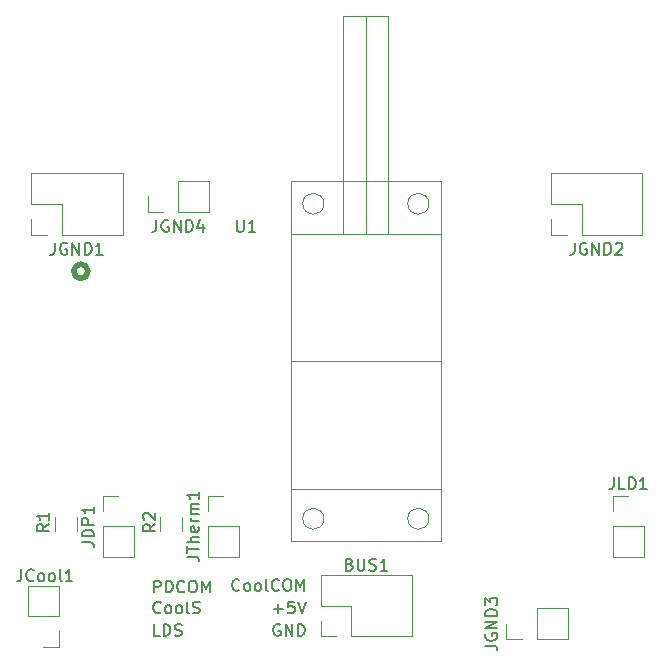
<source format=gto>
G04 #@! TF.GenerationSoftware,KiCad,Pcbnew,5.1.5+dfsg1-2build2*
G04 #@! TF.CreationDate,2021-11-26T13:05:08+03:00*
G04 #@! TF.ProjectId,Mezonin,4d657a6f-6e69-46e2-9e6b-696361645f70,rev?*
G04 #@! TF.SameCoordinates,Original*
G04 #@! TF.FileFunction,Legend,Top*
G04 #@! TF.FilePolarity,Positive*
%FSLAX46Y46*%
G04 Gerber Fmt 4.6, Leading zero omitted, Abs format (unit mm)*
G04 Created by KiCad (PCBNEW 5.1.5+dfsg1-2build2) date 2021-11-26 13:05:08*
%MOMM*%
%LPD*%
G04 APERTURE LIST*
%ADD10C,0.150000*%
%ADD11C,0.500000*%
%ADD12C,0.120000*%
G04 APERTURE END LIST*
D10*
X112071523Y-149022142D02*
X112023904Y-149069761D01*
X111881046Y-149117380D01*
X111785808Y-149117380D01*
X111642951Y-149069761D01*
X111547713Y-148974523D01*
X111500094Y-148879285D01*
X111452475Y-148688809D01*
X111452475Y-148545952D01*
X111500094Y-148355476D01*
X111547713Y-148260238D01*
X111642951Y-148165000D01*
X111785808Y-148117380D01*
X111881046Y-148117380D01*
X112023904Y-148165000D01*
X112071523Y-148212619D01*
X112642951Y-149117380D02*
X112547713Y-149069761D01*
X112500094Y-149022142D01*
X112452475Y-148926904D01*
X112452475Y-148641190D01*
X112500094Y-148545952D01*
X112547713Y-148498333D01*
X112642951Y-148450714D01*
X112785808Y-148450714D01*
X112881046Y-148498333D01*
X112928665Y-148545952D01*
X112976284Y-148641190D01*
X112976284Y-148926904D01*
X112928665Y-149022142D01*
X112881046Y-149069761D01*
X112785808Y-149117380D01*
X112642951Y-149117380D01*
X113547713Y-149117380D02*
X113452475Y-149069761D01*
X113404856Y-149022142D01*
X113357237Y-148926904D01*
X113357237Y-148641190D01*
X113404856Y-148545952D01*
X113452475Y-148498333D01*
X113547713Y-148450714D01*
X113690570Y-148450714D01*
X113785808Y-148498333D01*
X113833427Y-148545952D01*
X113881046Y-148641190D01*
X113881046Y-148926904D01*
X113833427Y-149022142D01*
X113785808Y-149069761D01*
X113690570Y-149117380D01*
X113547713Y-149117380D01*
X114452475Y-149117380D02*
X114357237Y-149069761D01*
X114309618Y-148974523D01*
X114309618Y-148117380D01*
X115404856Y-149022142D02*
X115357237Y-149069761D01*
X115214380Y-149117380D01*
X115119142Y-149117380D01*
X114976284Y-149069761D01*
X114881046Y-148974523D01*
X114833427Y-148879285D01*
X114785808Y-148688809D01*
X114785808Y-148545952D01*
X114833427Y-148355476D01*
X114881046Y-148260238D01*
X114976284Y-148165000D01*
X115119142Y-148117380D01*
X115214380Y-148117380D01*
X115357237Y-148165000D01*
X115404856Y-148212619D01*
X116023904Y-148117380D02*
X116214380Y-148117380D01*
X116309618Y-148165000D01*
X116404856Y-148260238D01*
X116452475Y-148450714D01*
X116452475Y-148784047D01*
X116404856Y-148974523D01*
X116309618Y-149069761D01*
X116214380Y-149117380D01*
X116023904Y-149117380D01*
X115928665Y-149069761D01*
X115833427Y-148974523D01*
X115785808Y-148784047D01*
X115785808Y-148450714D01*
X115833427Y-148260238D01*
X115928665Y-148165000D01*
X116023904Y-148117380D01*
X116881046Y-149117380D02*
X116881046Y-148117380D01*
X117214380Y-148831666D01*
X117547713Y-148117380D01*
X117547713Y-149117380D01*
X115500094Y-151975000D02*
X115404856Y-151927380D01*
X115261999Y-151927380D01*
X115119141Y-151975000D01*
X115023903Y-152070238D01*
X114976284Y-152165476D01*
X114928665Y-152355952D01*
X114928665Y-152498809D01*
X114976284Y-152689285D01*
X115023903Y-152784523D01*
X115119141Y-152879761D01*
X115261999Y-152927380D01*
X115357237Y-152927380D01*
X115500094Y-152879761D01*
X115547713Y-152832142D01*
X115547713Y-152498809D01*
X115357237Y-152498809D01*
X115976284Y-152927380D02*
X115976284Y-151927380D01*
X116547713Y-152927380D01*
X116547713Y-151927380D01*
X117023903Y-152927380D02*
X117023903Y-151927380D01*
X117261999Y-151927380D01*
X117404856Y-151975000D01*
X117500094Y-152070238D01*
X117547713Y-152165476D01*
X117595332Y-152355952D01*
X117595332Y-152498809D01*
X117547713Y-152689285D01*
X117500094Y-152784523D01*
X117404856Y-152879761D01*
X117261999Y-152927380D01*
X117023903Y-152927380D01*
X114976284Y-150641428D02*
X115738189Y-150641428D01*
X115357237Y-151022380D02*
X115357237Y-150260476D01*
X116690570Y-150022380D02*
X116214379Y-150022380D01*
X116166760Y-150498571D01*
X116214379Y-150450952D01*
X116309618Y-150403333D01*
X116547713Y-150403333D01*
X116642951Y-150450952D01*
X116690570Y-150498571D01*
X116738189Y-150593809D01*
X116738189Y-150831904D01*
X116690570Y-150927142D01*
X116642951Y-150974761D01*
X116547713Y-151022380D01*
X116309618Y-151022380D01*
X116214379Y-150974761D01*
X116166760Y-150927142D01*
X117023903Y-150022380D02*
X117357237Y-151022380D01*
X117690570Y-150022380D01*
X105308427Y-152927380D02*
X104832236Y-152927380D01*
X104832236Y-151927380D01*
X105641760Y-152927380D02*
X105641760Y-151927380D01*
X105879855Y-151927380D01*
X106022713Y-151975000D01*
X106117951Y-152070238D01*
X106165570Y-152165476D01*
X106213189Y-152355952D01*
X106213189Y-152498809D01*
X106165570Y-152689285D01*
X106117951Y-152784523D01*
X106022713Y-152879761D01*
X105879855Y-152927380D01*
X105641760Y-152927380D01*
X106594141Y-152879761D02*
X106736998Y-152927380D01*
X106975094Y-152927380D01*
X107070332Y-152879761D01*
X107117951Y-152832142D01*
X107165570Y-152736904D01*
X107165570Y-152641666D01*
X107117951Y-152546428D01*
X107070332Y-152498809D01*
X106975094Y-152451190D01*
X106784617Y-152403571D01*
X106689379Y-152355952D01*
X106641760Y-152308333D01*
X106594141Y-152213095D01*
X106594141Y-152117857D01*
X106641760Y-152022619D01*
X106689379Y-151975000D01*
X106784617Y-151927380D01*
X107022713Y-151927380D01*
X107165570Y-151975000D01*
X105403665Y-150927142D02*
X105356046Y-150974761D01*
X105213189Y-151022380D01*
X105117951Y-151022380D01*
X104975094Y-150974761D01*
X104879856Y-150879523D01*
X104832237Y-150784285D01*
X104784618Y-150593809D01*
X104784618Y-150450952D01*
X104832237Y-150260476D01*
X104879856Y-150165238D01*
X104975094Y-150070000D01*
X105117951Y-150022380D01*
X105213189Y-150022380D01*
X105356046Y-150070000D01*
X105403665Y-150117619D01*
X105975094Y-151022380D02*
X105879856Y-150974761D01*
X105832237Y-150927142D01*
X105784618Y-150831904D01*
X105784618Y-150546190D01*
X105832237Y-150450952D01*
X105879856Y-150403333D01*
X105975094Y-150355714D01*
X106117951Y-150355714D01*
X106213189Y-150403333D01*
X106260808Y-150450952D01*
X106308427Y-150546190D01*
X106308427Y-150831904D01*
X106260808Y-150927142D01*
X106213189Y-150974761D01*
X106117951Y-151022380D01*
X105975094Y-151022380D01*
X106879856Y-151022380D02*
X106784618Y-150974761D01*
X106736999Y-150927142D01*
X106689379Y-150831904D01*
X106689379Y-150546190D01*
X106736999Y-150450952D01*
X106784618Y-150403333D01*
X106879856Y-150355714D01*
X107022713Y-150355714D01*
X107117951Y-150403333D01*
X107165570Y-150450952D01*
X107213189Y-150546190D01*
X107213189Y-150831904D01*
X107165570Y-150927142D01*
X107117951Y-150974761D01*
X107022713Y-151022380D01*
X106879856Y-151022380D01*
X107784618Y-151022380D02*
X107689379Y-150974761D01*
X107641760Y-150879523D01*
X107641760Y-150022380D01*
X108117951Y-150974761D02*
X108260808Y-151022380D01*
X108498903Y-151022380D01*
X108594141Y-150974761D01*
X108641760Y-150927142D01*
X108689379Y-150831904D01*
X108689379Y-150736666D01*
X108641760Y-150641428D01*
X108594141Y-150593809D01*
X108498903Y-150546190D01*
X108308427Y-150498571D01*
X108213189Y-150450952D01*
X108165570Y-150403333D01*
X108117951Y-150308095D01*
X108117951Y-150212857D01*
X108165570Y-150117619D01*
X108213189Y-150070000D01*
X108308427Y-150022380D01*
X108546522Y-150022380D01*
X108689379Y-150070000D01*
X104832237Y-149246920D02*
X104832237Y-148246920D01*
X105213189Y-148246920D01*
X105308427Y-148294540D01*
X105356046Y-148342159D01*
X105403665Y-148437397D01*
X105403665Y-148580254D01*
X105356046Y-148675492D01*
X105308427Y-148723111D01*
X105213189Y-148770730D01*
X104832237Y-148770730D01*
X105832237Y-149246920D02*
X105832237Y-148246920D01*
X106070332Y-148246920D01*
X106213189Y-148294540D01*
X106308427Y-148389778D01*
X106356046Y-148485016D01*
X106403665Y-148675492D01*
X106403665Y-148818349D01*
X106356046Y-149008825D01*
X106308427Y-149104063D01*
X106213189Y-149199301D01*
X106070332Y-149246920D01*
X105832237Y-149246920D01*
X107403665Y-149151682D02*
X107356046Y-149199301D01*
X107213189Y-149246920D01*
X107117951Y-149246920D01*
X106975094Y-149199301D01*
X106879856Y-149104063D01*
X106832237Y-149008825D01*
X106784618Y-148818349D01*
X106784618Y-148675492D01*
X106832237Y-148485016D01*
X106879856Y-148389778D01*
X106975094Y-148294540D01*
X107117951Y-148246920D01*
X107213189Y-148246920D01*
X107356046Y-148294540D01*
X107403665Y-148342159D01*
X108022713Y-148246920D02*
X108213189Y-148246920D01*
X108308427Y-148294540D01*
X108403665Y-148389778D01*
X108451284Y-148580254D01*
X108451284Y-148913587D01*
X108403665Y-149104063D01*
X108308427Y-149199301D01*
X108213189Y-149246920D01*
X108022713Y-149246920D01*
X107927475Y-149199301D01*
X107832237Y-149104063D01*
X107784618Y-148913587D01*
X107784618Y-148580254D01*
X107832237Y-148389778D01*
X107927475Y-148294540D01*
X108022713Y-148246920D01*
X108879856Y-149246920D02*
X108879856Y-148246920D01*
X109213189Y-148961206D01*
X109546522Y-148246920D01*
X109546522Y-149246920D01*
D11*
X99236999Y-122060000D02*
G75*
G03X99236999Y-122060000I-600000J0D01*
G01*
D12*
X122766999Y-129680000D02*
X129116999Y-129680000D01*
X129116999Y-129680000D02*
X129116999Y-144920000D01*
X129116999Y-144920000D02*
X122766999Y-144920000D01*
X122766999Y-114440000D02*
X129116999Y-114440000D01*
X129116999Y-129680000D02*
X122766999Y-129680000D01*
X129116999Y-114440000D02*
X129116999Y-129680000D01*
X122766999Y-144920000D02*
X116416999Y-144920000D01*
X122766999Y-129680000D02*
X116416999Y-129680000D01*
X116416999Y-114440000D02*
X122766999Y-114440000D01*
X116416999Y-144920000D02*
X116416999Y-129680000D01*
X116416999Y-129680000D02*
X116416999Y-114440000D01*
X116416999Y-129680000D02*
X122766999Y-129680000D01*
X128110025Y-116345000D02*
G75*
G03X128110025Y-116345000I-898026J0D01*
G01*
X119220025Y-116345000D02*
G75*
G03X119220025Y-116345000I-898026J0D01*
G01*
X119220025Y-143015000D02*
G75*
G03X119220025Y-143015000I-898026J0D01*
G01*
X128110025Y-143015000D02*
G75*
G03X128110025Y-143015000I-898026J0D01*
G01*
X122766999Y-118885000D02*
X129116999Y-118885000D01*
X129116999Y-118885000D02*
X122766999Y-118885000D01*
X122766999Y-118885000D02*
X116416999Y-118885000D01*
X116416999Y-140475000D02*
X122766999Y-140475000D01*
X122766999Y-140475000D02*
X129116999Y-140475000D01*
X122766999Y-140475000D02*
X116416999Y-140475000D01*
X122766999Y-118885000D02*
X122766999Y-100470000D01*
X122766999Y-100470000D02*
X124671999Y-100470000D01*
X124671999Y-101105000D02*
X124671999Y-118885000D01*
X124671999Y-118885000D02*
X124671999Y-100470000D01*
X124671999Y-100470000D02*
X120861999Y-100470000D01*
X120861999Y-100470000D02*
X120861999Y-118885000D01*
X138436999Y-118980000D02*
X138436999Y-117650000D01*
X139766999Y-118980000D02*
X138436999Y-118980000D01*
X138436999Y-116380000D02*
X138436999Y-113780000D01*
X141036999Y-116380000D02*
X138436999Y-116380000D01*
X141036999Y-118980000D02*
X141036999Y-116380000D01*
X138436999Y-113780000D02*
X146176999Y-113780000D01*
X141036999Y-118980000D02*
X146176999Y-118980000D01*
X146176999Y-118980000D02*
X146176999Y-113780000D01*
X94436999Y-118980000D02*
X94436999Y-117650000D01*
X95766999Y-118980000D02*
X94436999Y-118980000D01*
X94436999Y-116380000D02*
X94436999Y-113780000D01*
X97036999Y-116380000D02*
X94436999Y-116380000D01*
X97036999Y-118980000D02*
X97036999Y-116380000D01*
X94436999Y-113780000D02*
X102176999Y-113780000D01*
X97036999Y-118980000D02*
X102176999Y-118980000D01*
X102176999Y-118980000D02*
X102176999Y-113780000D01*
X126676999Y-152980000D02*
X126676999Y-147780000D01*
X121536999Y-152980000D02*
X126676999Y-152980000D01*
X118936999Y-147780000D02*
X126676999Y-147780000D01*
X121536999Y-152980000D02*
X121536999Y-150380000D01*
X121536999Y-150380000D02*
X118936999Y-150380000D01*
X118936999Y-150380000D02*
X118936999Y-147780000D01*
X120266999Y-152980000D02*
X118936999Y-152980000D01*
X118936999Y-152980000D02*
X118936999Y-151650000D01*
X96791999Y-153870000D02*
X95461999Y-153870000D01*
X96791999Y-152540000D02*
X96791999Y-153870000D01*
X96791999Y-151270000D02*
X94131999Y-151270000D01*
X94131999Y-151270000D02*
X94131999Y-148670000D01*
X96791999Y-151270000D02*
X96791999Y-148670000D01*
X96791999Y-148670000D02*
X94131999Y-148670000D01*
X98276999Y-142830436D02*
X98276999Y-144034564D01*
X96456999Y-142830436D02*
X96456999Y-144034564D01*
X100481999Y-141050000D02*
X101811999Y-141050000D01*
X100481999Y-142380000D02*
X100481999Y-141050000D01*
X100481999Y-143650000D02*
X103141999Y-143650000D01*
X103141999Y-143650000D02*
X103141999Y-146250000D01*
X100481999Y-143650000D02*
X100481999Y-146250000D01*
X100481999Y-146250000D02*
X103141999Y-146250000D01*
X105346999Y-142830436D02*
X105346999Y-144034564D01*
X107166999Y-142830436D02*
X107166999Y-144034564D01*
X109371999Y-141050000D02*
X110701999Y-141050000D01*
X109371999Y-142380000D02*
X109371999Y-141050000D01*
X109371999Y-143650000D02*
X112031999Y-143650000D01*
X112031999Y-143650000D02*
X112031999Y-146250000D01*
X109371999Y-143650000D02*
X109371999Y-146250000D01*
X109371999Y-146250000D02*
X112031999Y-146250000D01*
X143661999Y-141050000D02*
X144991999Y-141050000D01*
X143661999Y-142380000D02*
X143661999Y-141050000D01*
X143661999Y-143650000D02*
X146321999Y-143650000D01*
X146321999Y-143650000D02*
X146321999Y-146250000D01*
X143661999Y-143650000D02*
X143661999Y-146250000D01*
X143661999Y-146250000D02*
X146321999Y-146250000D01*
X104291999Y-117040000D02*
X104291999Y-115710000D01*
X105621999Y-117040000D02*
X104291999Y-117040000D01*
X106891999Y-117040000D02*
X106891999Y-114380000D01*
X106891999Y-114380000D02*
X109491999Y-114380000D01*
X106891999Y-117040000D02*
X109491999Y-117040000D01*
X109491999Y-117040000D02*
X109491999Y-114380000D01*
X134644999Y-153235000D02*
X134644999Y-151905000D01*
X135974999Y-153235000D02*
X134644999Y-153235000D01*
X137244999Y-153235000D02*
X137244999Y-150575000D01*
X137244999Y-150575000D02*
X139844999Y-150575000D01*
X137244999Y-153235000D02*
X139844999Y-153235000D01*
X139844999Y-153235000D02*
X139844999Y-150575000D01*
D10*
X111845094Y-117702380D02*
X111845094Y-118511904D01*
X111892713Y-118607142D01*
X111940332Y-118654761D01*
X112035570Y-118702380D01*
X112226046Y-118702380D01*
X112321284Y-118654761D01*
X112368903Y-118607142D01*
X112416522Y-118511904D01*
X112416522Y-117702380D01*
X113416522Y-118702380D02*
X112845094Y-118702380D01*
X113130808Y-118702380D02*
X113130808Y-117702380D01*
X113035570Y-117845238D01*
X112940332Y-117940476D01*
X112845094Y-117988095D01*
X140449856Y-119642380D02*
X140449856Y-120356666D01*
X140402237Y-120499523D01*
X140306999Y-120594761D01*
X140164141Y-120642380D01*
X140068903Y-120642380D01*
X141449856Y-119690000D02*
X141354618Y-119642380D01*
X141211760Y-119642380D01*
X141068903Y-119690000D01*
X140973665Y-119785238D01*
X140926046Y-119880476D01*
X140878427Y-120070952D01*
X140878427Y-120213809D01*
X140926046Y-120404285D01*
X140973665Y-120499523D01*
X141068903Y-120594761D01*
X141211760Y-120642380D01*
X141306999Y-120642380D01*
X141449856Y-120594761D01*
X141497475Y-120547142D01*
X141497475Y-120213809D01*
X141306999Y-120213809D01*
X141926046Y-120642380D02*
X141926046Y-119642380D01*
X142497475Y-120642380D01*
X142497475Y-119642380D01*
X142973665Y-120642380D02*
X142973665Y-119642380D01*
X143211760Y-119642380D01*
X143354618Y-119690000D01*
X143449856Y-119785238D01*
X143497475Y-119880476D01*
X143545094Y-120070952D01*
X143545094Y-120213809D01*
X143497475Y-120404285D01*
X143449856Y-120499523D01*
X143354618Y-120594761D01*
X143211760Y-120642380D01*
X142973665Y-120642380D01*
X143926046Y-119737619D02*
X143973665Y-119690000D01*
X144068903Y-119642380D01*
X144306999Y-119642380D01*
X144402237Y-119690000D01*
X144449856Y-119737619D01*
X144497475Y-119832857D01*
X144497475Y-119928095D01*
X144449856Y-120070952D01*
X143878427Y-120642380D01*
X144497475Y-120642380D01*
X96449856Y-119642380D02*
X96449856Y-120356666D01*
X96402237Y-120499523D01*
X96306999Y-120594761D01*
X96164141Y-120642380D01*
X96068903Y-120642380D01*
X97449856Y-119690000D02*
X97354618Y-119642380D01*
X97211760Y-119642380D01*
X97068903Y-119690000D01*
X96973665Y-119785238D01*
X96926046Y-119880476D01*
X96878427Y-120070952D01*
X96878427Y-120213809D01*
X96926046Y-120404285D01*
X96973665Y-120499523D01*
X97068903Y-120594761D01*
X97211760Y-120642380D01*
X97306999Y-120642380D01*
X97449856Y-120594761D01*
X97497475Y-120547142D01*
X97497475Y-120213809D01*
X97306999Y-120213809D01*
X97926046Y-120642380D02*
X97926046Y-119642380D01*
X98497475Y-120642380D01*
X98497475Y-119642380D01*
X98973665Y-120642380D02*
X98973665Y-119642380D01*
X99211760Y-119642380D01*
X99354618Y-119690000D01*
X99449856Y-119785238D01*
X99497475Y-119880476D01*
X99545094Y-120070952D01*
X99545094Y-120213809D01*
X99497475Y-120404285D01*
X99449856Y-120499523D01*
X99354618Y-120594761D01*
X99211760Y-120642380D01*
X98973665Y-120642380D01*
X100497475Y-120642380D02*
X99926046Y-120642380D01*
X100211760Y-120642380D02*
X100211760Y-119642380D01*
X100116522Y-119785238D01*
X100021284Y-119880476D01*
X99926046Y-119928095D01*
X121402237Y-146879571D02*
X121545094Y-146927190D01*
X121592713Y-146974809D01*
X121640332Y-147070047D01*
X121640332Y-147212904D01*
X121592713Y-147308142D01*
X121545094Y-147355761D01*
X121449856Y-147403380D01*
X121068903Y-147403380D01*
X121068903Y-146403380D01*
X121402237Y-146403380D01*
X121497475Y-146451000D01*
X121545094Y-146498619D01*
X121592713Y-146593857D01*
X121592713Y-146689095D01*
X121545094Y-146784333D01*
X121497475Y-146831952D01*
X121402237Y-146879571D01*
X121068903Y-146879571D01*
X122068903Y-146403380D02*
X122068903Y-147212904D01*
X122116522Y-147308142D01*
X122164141Y-147355761D01*
X122259379Y-147403380D01*
X122449856Y-147403380D01*
X122545094Y-147355761D01*
X122592713Y-147308142D01*
X122640332Y-147212904D01*
X122640332Y-146403380D01*
X123068903Y-147355761D02*
X123211760Y-147403380D01*
X123449856Y-147403380D01*
X123545094Y-147355761D01*
X123592713Y-147308142D01*
X123640332Y-147212904D01*
X123640332Y-147117666D01*
X123592713Y-147022428D01*
X123545094Y-146974809D01*
X123449856Y-146927190D01*
X123259379Y-146879571D01*
X123164141Y-146831952D01*
X123116522Y-146784333D01*
X123068903Y-146689095D01*
X123068903Y-146593857D01*
X123116522Y-146498619D01*
X123164141Y-146451000D01*
X123259379Y-146403380D01*
X123497475Y-146403380D01*
X123640332Y-146451000D01*
X124592713Y-147403380D02*
X124021284Y-147403380D01*
X124306999Y-147403380D02*
X124306999Y-146403380D01*
X124211760Y-146546238D01*
X124116522Y-146641476D01*
X124021284Y-146689095D01*
X93588999Y-147293380D02*
X93588999Y-148007666D01*
X93541379Y-148150523D01*
X93446141Y-148245761D01*
X93303284Y-148293380D01*
X93208046Y-148293380D01*
X94636618Y-148198142D02*
X94588999Y-148245761D01*
X94446141Y-148293380D01*
X94350903Y-148293380D01*
X94208046Y-148245761D01*
X94112808Y-148150523D01*
X94065189Y-148055285D01*
X94017570Y-147864809D01*
X94017570Y-147721952D01*
X94065189Y-147531476D01*
X94112808Y-147436238D01*
X94208046Y-147341000D01*
X94350903Y-147293380D01*
X94446141Y-147293380D01*
X94588999Y-147341000D01*
X94636618Y-147388619D01*
X95208046Y-148293380D02*
X95112808Y-148245761D01*
X95065189Y-148198142D01*
X95017570Y-148102904D01*
X95017570Y-147817190D01*
X95065189Y-147721952D01*
X95112808Y-147674333D01*
X95208046Y-147626714D01*
X95350903Y-147626714D01*
X95446141Y-147674333D01*
X95493760Y-147721952D01*
X95541379Y-147817190D01*
X95541379Y-148102904D01*
X95493760Y-148198142D01*
X95446141Y-148245761D01*
X95350903Y-148293380D01*
X95208046Y-148293380D01*
X96112808Y-148293380D02*
X96017570Y-148245761D01*
X95969951Y-148198142D01*
X95922332Y-148102904D01*
X95922332Y-147817190D01*
X95969951Y-147721952D01*
X96017570Y-147674333D01*
X96112808Y-147626714D01*
X96255665Y-147626714D01*
X96350903Y-147674333D01*
X96398522Y-147721952D01*
X96446141Y-147817190D01*
X96446141Y-148102904D01*
X96398522Y-148198142D01*
X96350903Y-148245761D01*
X96255665Y-148293380D01*
X96112808Y-148293380D01*
X97017570Y-148293380D02*
X96922332Y-148245761D01*
X96874713Y-148150523D01*
X96874713Y-147293380D01*
X97922332Y-148293380D02*
X97350903Y-148293380D01*
X97636618Y-148293380D02*
X97636618Y-147293380D01*
X97541379Y-147436238D01*
X97446141Y-147531476D01*
X97350903Y-147579095D01*
X95914379Y-143472166D02*
X95438189Y-143805500D01*
X95914379Y-144043595D02*
X94914379Y-144043595D01*
X94914379Y-143662642D01*
X94961999Y-143567404D01*
X95009618Y-143519785D01*
X95104856Y-143472166D01*
X95247713Y-143472166D01*
X95342951Y-143519785D01*
X95390570Y-143567404D01*
X95438189Y-143662642D01*
X95438189Y-144043595D01*
X95914379Y-142519785D02*
X95914379Y-143091214D01*
X95914379Y-142805500D02*
X94914379Y-142805500D01*
X95057237Y-142900738D01*
X95152475Y-142995976D01*
X95200094Y-143091214D01*
X98724379Y-144983333D02*
X99438665Y-144983333D01*
X99581522Y-145030952D01*
X99676760Y-145126190D01*
X99724379Y-145269047D01*
X99724379Y-145364285D01*
X99724379Y-144507142D02*
X98724379Y-144507142D01*
X98724379Y-144269047D01*
X98771999Y-144126190D01*
X98867237Y-144030952D01*
X98962475Y-143983333D01*
X99152951Y-143935714D01*
X99295808Y-143935714D01*
X99486284Y-143983333D01*
X99581522Y-144030952D01*
X99676760Y-144126190D01*
X99724379Y-144269047D01*
X99724379Y-144507142D01*
X99724379Y-143507142D02*
X98724379Y-143507142D01*
X98724379Y-143126190D01*
X98771999Y-143030952D01*
X98819618Y-142983333D01*
X98914856Y-142935714D01*
X99057713Y-142935714D01*
X99152951Y-142983333D01*
X99200570Y-143030952D01*
X99248189Y-143126190D01*
X99248189Y-143507142D01*
X99724379Y-141983333D02*
X99724379Y-142554761D01*
X99724379Y-142269047D02*
X98724379Y-142269047D01*
X98867237Y-142364285D01*
X98962475Y-142459523D01*
X99010094Y-142554761D01*
X104931379Y-143472166D02*
X104455189Y-143805500D01*
X104931379Y-144043595D02*
X103931379Y-144043595D01*
X103931379Y-143662642D01*
X103978999Y-143567404D01*
X104026618Y-143519785D01*
X104121856Y-143472166D01*
X104264713Y-143472166D01*
X104359951Y-143519785D01*
X104407570Y-143567404D01*
X104455189Y-143662642D01*
X104455189Y-144043595D01*
X104026618Y-143091214D02*
X103978999Y-143043595D01*
X103931379Y-142948357D01*
X103931379Y-142710261D01*
X103978999Y-142615023D01*
X104026618Y-142567404D01*
X104121856Y-142519785D01*
X104217094Y-142519785D01*
X104359951Y-142567404D01*
X104931379Y-143138833D01*
X104931379Y-142519785D01*
X107614379Y-146221428D02*
X108328665Y-146221428D01*
X108471522Y-146269047D01*
X108566760Y-146364285D01*
X108614379Y-146507142D01*
X108614379Y-146602380D01*
X107614379Y-145888095D02*
X107614379Y-145316666D01*
X108614379Y-145602380D02*
X107614379Y-145602380D01*
X108614379Y-144983333D02*
X107614379Y-144983333D01*
X108614379Y-144554761D02*
X108090570Y-144554761D01*
X107995332Y-144602380D01*
X107947713Y-144697619D01*
X107947713Y-144840476D01*
X107995332Y-144935714D01*
X108042951Y-144983333D01*
X108566760Y-143697619D02*
X108614379Y-143792857D01*
X108614379Y-143983333D01*
X108566760Y-144078571D01*
X108471522Y-144126190D01*
X108090570Y-144126190D01*
X107995332Y-144078571D01*
X107947713Y-143983333D01*
X107947713Y-143792857D01*
X107995332Y-143697619D01*
X108090570Y-143650000D01*
X108185808Y-143650000D01*
X108281046Y-144126190D01*
X108614379Y-143221428D02*
X107947713Y-143221428D01*
X108138189Y-143221428D02*
X108042951Y-143173809D01*
X107995332Y-143126190D01*
X107947713Y-143030952D01*
X107947713Y-142935714D01*
X108614379Y-142602380D02*
X107947713Y-142602380D01*
X108042951Y-142602380D02*
X107995332Y-142554761D01*
X107947713Y-142459523D01*
X107947713Y-142316666D01*
X107995332Y-142221428D01*
X108090570Y-142173809D01*
X108614379Y-142173809D01*
X108090570Y-142173809D02*
X107995332Y-142126190D01*
X107947713Y-142030952D01*
X107947713Y-141888095D01*
X107995332Y-141792857D01*
X108090570Y-141745238D01*
X108614379Y-141745238D01*
X108614379Y-140745238D02*
X108614379Y-141316666D01*
X108614379Y-141030952D02*
X107614379Y-141030952D01*
X107757237Y-141126190D01*
X107852475Y-141221428D01*
X107900094Y-141316666D01*
X143753903Y-139502380D02*
X143753903Y-140216666D01*
X143706284Y-140359523D01*
X143611046Y-140454761D01*
X143468189Y-140502380D01*
X143372951Y-140502380D01*
X144706284Y-140502380D02*
X144230094Y-140502380D01*
X144230094Y-139502380D01*
X145039618Y-140502380D02*
X145039618Y-139502380D01*
X145277713Y-139502380D01*
X145420570Y-139550000D01*
X145515808Y-139645238D01*
X145563427Y-139740476D01*
X145611046Y-139930952D01*
X145611046Y-140073809D01*
X145563427Y-140264285D01*
X145515808Y-140359523D01*
X145420570Y-140454761D01*
X145277713Y-140502380D01*
X145039618Y-140502380D01*
X146563427Y-140502380D02*
X145991999Y-140502380D01*
X146277713Y-140502380D02*
X146277713Y-139502380D01*
X146182475Y-139645238D01*
X146087237Y-139740476D01*
X145991999Y-139788095D01*
X105034856Y-117702380D02*
X105034856Y-118416666D01*
X104987237Y-118559523D01*
X104891999Y-118654761D01*
X104749141Y-118702380D01*
X104653903Y-118702380D01*
X106034856Y-117750000D02*
X105939618Y-117702380D01*
X105796760Y-117702380D01*
X105653903Y-117750000D01*
X105558665Y-117845238D01*
X105511046Y-117940476D01*
X105463427Y-118130952D01*
X105463427Y-118273809D01*
X105511046Y-118464285D01*
X105558665Y-118559523D01*
X105653903Y-118654761D01*
X105796760Y-118702380D01*
X105891999Y-118702380D01*
X106034856Y-118654761D01*
X106082475Y-118607142D01*
X106082475Y-118273809D01*
X105891999Y-118273809D01*
X106511046Y-118702380D02*
X106511046Y-117702380D01*
X107082475Y-118702380D01*
X107082475Y-117702380D01*
X107558665Y-118702380D02*
X107558665Y-117702380D01*
X107796760Y-117702380D01*
X107939618Y-117750000D01*
X108034856Y-117845238D01*
X108082475Y-117940476D01*
X108130094Y-118130952D01*
X108130094Y-118273809D01*
X108082475Y-118464285D01*
X108034856Y-118559523D01*
X107939618Y-118654761D01*
X107796760Y-118702380D01*
X107558665Y-118702380D01*
X108987237Y-118035714D02*
X108987237Y-118702380D01*
X108749141Y-117654761D02*
X108511046Y-118369047D01*
X109130094Y-118369047D01*
X132887379Y-153762142D02*
X133601665Y-153762142D01*
X133744522Y-153809761D01*
X133839760Y-153905000D01*
X133887379Y-154047857D01*
X133887379Y-154143095D01*
X132934999Y-152762142D02*
X132887379Y-152857380D01*
X132887379Y-153000238D01*
X132934999Y-153143095D01*
X133030237Y-153238333D01*
X133125475Y-153285952D01*
X133315951Y-153333571D01*
X133458808Y-153333571D01*
X133649284Y-153285952D01*
X133744522Y-153238333D01*
X133839760Y-153143095D01*
X133887379Y-153000238D01*
X133887379Y-152905000D01*
X133839760Y-152762142D01*
X133792141Y-152714523D01*
X133458808Y-152714523D01*
X133458808Y-152905000D01*
X133887379Y-152285952D02*
X132887379Y-152285952D01*
X133887379Y-151714523D01*
X132887379Y-151714523D01*
X133887379Y-151238333D02*
X132887379Y-151238333D01*
X132887379Y-151000238D01*
X132934999Y-150857380D01*
X133030237Y-150762142D01*
X133125475Y-150714523D01*
X133315951Y-150666904D01*
X133458808Y-150666904D01*
X133649284Y-150714523D01*
X133744522Y-150762142D01*
X133839760Y-150857380D01*
X133887379Y-151000238D01*
X133887379Y-151238333D01*
X132887379Y-150333571D02*
X132887379Y-149714523D01*
X133268332Y-150047857D01*
X133268332Y-149905000D01*
X133315951Y-149809761D01*
X133363570Y-149762142D01*
X133458808Y-149714523D01*
X133696903Y-149714523D01*
X133792141Y-149762142D01*
X133839760Y-149809761D01*
X133887379Y-149905000D01*
X133887379Y-150190714D01*
X133839760Y-150285952D01*
X133792141Y-150333571D01*
M02*

</source>
